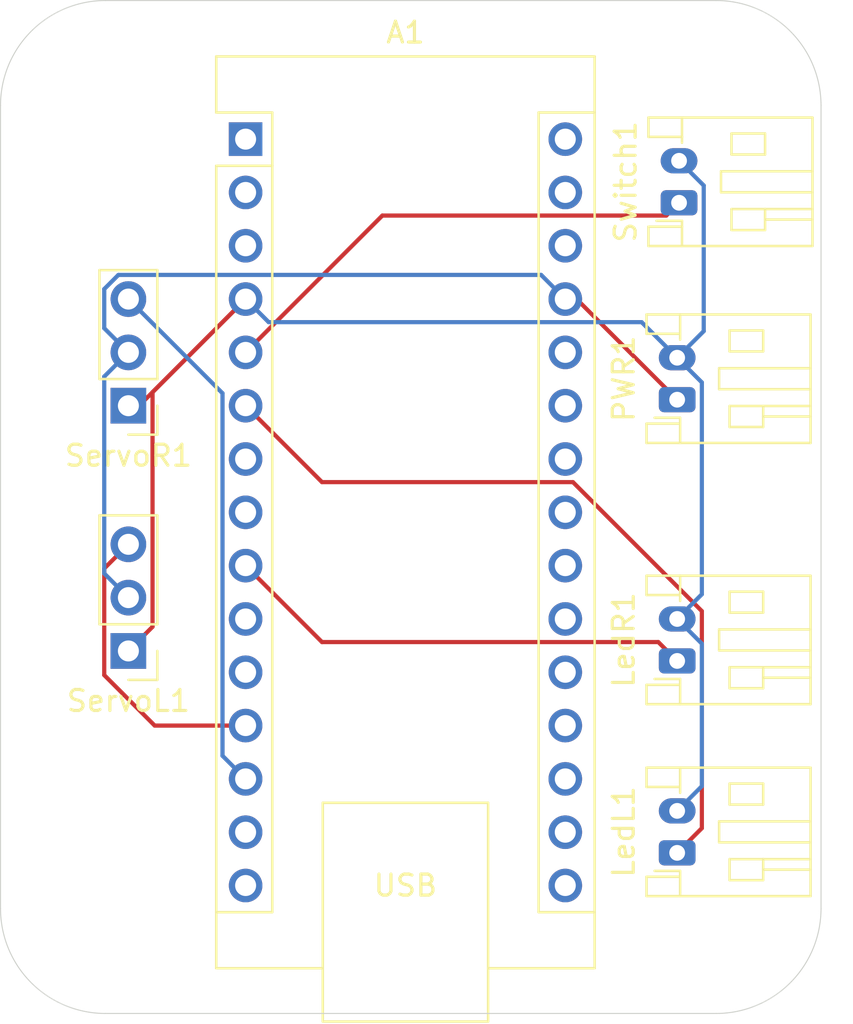
<source format=kicad_pcb>
(kicad_pcb (version 20241229) (generator "pcbnew") (generator_version "9.0")
  (layers (0 "F.Cu" signal) (2 "B.Cu" signal) (13 "F.Paste" user) (15 "B.Paste" user) (5 "F.SilkS" user "F.Silkscreen") (7 "B.SilkS" user "B.Silkscreen") (1 "F.Mask" user) (3 "B.Mask" user) (25 "Edge.Cuts" user))
  (net 0 "")
  (net 1 "Led2")
  (net 9 "5V")
  (net 14 "Led1")
  (net 15 "Servo2")
  (net 18 "Servo1")
  (net 20 "Sw")
  (net 30 "GND")
  (footprint "Connector_PinHeader_2.54mm:PinHeader_1x03_P2.54mm_Vertical" (layer "F.Cu") (at 140.716 119.888 180)
    (property "Reference" "ServoL1" (at 0 -2.38 0) (layer "F.SilkS"))
    (property "Value" "Conn_01x03")
    (fp_line (start 1.38 1.27) (end 1.38 6.46) (stroke (width 0.12)) (layer "F.SilkS"))
    (fp_line (start -1.38 6.46) (end 1.38 6.46) (stroke (width 0.12)) (layer "F.SilkS"))
    (fp_line (start -1.38 1.27) (end 1.38 1.27) (stroke (width 0.12)) (layer "F.SilkS"))
    (fp_line (start -1.38 1.27) (end -1.38 6.46) (stroke (width 0.12)) (layer "F.SilkS"))
    (fp_line (start -1.38 0) (end -1.38 -1.38) (stroke (width 0.12)) (layer "F.SilkS"))
    (fp_line (start -1.38 -1.38) (end 0 -1.38) (stroke (width 0.12)) (layer "F.SilkS"))
    (pad "1" thru_hole rect (at 0 0 180) (size 1.7 1.7) (drill 1) (layers "*.Cu" "*.Mask") (net 30 "GND"))
    (pad "2" thru_hole circle (at 0 2.54 180) (size 1.7 1.7) (drill 1) (layers "*.Cu" "*.Mask") (net 9 "5V"))
    (pad "3" thru_hole circle (at 0 5.08 180) (size 1.7 1.7) (drill 1) (layers "*.Cu" "*.Mask") (net 18 "Servo1"))
  )
  (footprint "Connector_JST:JST_PH_S2B-PH-K_1x02_P2.00mm_Horizontal" (layer "F.Cu") (at 166.878 129.508 90)
    (property "Reference" "LedL1" (at 1 -2.55 90) (layer "F.SilkS"))
    (property "Value" "Conn_01x02")
    (fp_line (start 4.06 -1.46) (end 3.14 -1.46) (stroke (width 0.12)) (layer "F.SilkS"))
    (fp_line (start 3.14 -1.46) (end 3.14 0.14) (stroke (width 0.12)) (layer "F.SilkS"))
    (fp_line (start -1.14 -1.46) (end -2.06 -1.46) (stroke (width 0.12)) (layer "F.SilkS"))
    (fp_line (start -2.06 -1.46) (end -2.06 6.36) (stroke (width 0.12)) (layer "F.SilkS"))
    (fp_line (start 4.06 0.14) (end 3.14 0.14) (stroke (width 0.12)) (layer "F.SilkS"))
    (fp_line (start 3.14 0.14) (end 2.86 0.14) (stroke (width 0.12)) (layer "F.SilkS"))
    (fp_line (start -0.86 0.14) (end -0.86 -1.075) (stroke (width 0.12)) (layer "F.SilkS"))
    (fp_line (start -0.86 0.14) (end -1.14 0.14) (stroke (width 0.12)) (layer "F.SilkS"))
    (fp_line (start -1.14 0.14) (end -1.14 -1.46) (stroke (width 0.12)) (layer "F.SilkS"))
    (fp_line (start -2.06 0.14) (end -1.14 0.14) (stroke (width 0.12)) (layer "F.SilkS"))
    (fp_line (start 1.5 2) (end 1.5 6.36) (stroke (width 0.12)) (layer "F.SilkS"))
    (fp_line (start 0.5 2) (end 1.5 2) (stroke (width 0.12)) (layer "F.SilkS"))
    (fp_line (start 3.3 2.5) (end 3.3 4.1) (stroke (width 0.12)) (layer "F.SilkS"))
    (fp_line (start 2.3 2.5) (end 3.3 2.5) (stroke (width 0.12)) (layer "F.SilkS"))
    (fp_line (start -0.3 2.5) (end -1.3 2.5) (stroke (width 0.12)) (layer "F.SilkS"))
    (fp_line (start -1.3 2.5) (end -1.3 4.1) (stroke (width 0.12)) (layer "F.SilkS"))
    (fp_line (start 3.3 4.1) (end 2.3 4.1) (stroke (width 0.12)) (layer "F.SilkS"))
    (fp_line (start 2.3 4.1) (end 2.3 2.5) (stroke (width 0.12)) (layer "F.SilkS"))
    (fp_line (start -0.3 4.1) (end -0.3 2.5) (stroke (width 0.12)) (layer "F.SilkS"))
    (fp_line (start -0.3 4.1) (end -0.3 6.36) (stroke (width 0.12)) (layer "F.SilkS"))
    (fp_line (start -0.8 4.1) (end -0.8 6.36) (stroke (width 0.12)) (layer "F.SilkS"))
    (fp_line (start -1.3 4.1) (end -0.3 4.1) (stroke (width 0.12)) (layer "F.SilkS"))
    (fp_line (start 4.06 6.36) (end 4.06 -1.46) (stroke (width 0.12)) (layer "F.SilkS"))
    (fp_line (start 0.5 6.36) (end 0.5 2) (stroke (width 0.12)) (layer "F.SilkS"))
    (fp_line (start -2.06 6.36) (end 4.06 6.36) (stroke (width 0.12)) (layer "F.SilkS"))
    (pad "1" thru_hole roundrect (at 0 0 90) (size 1.2 1.75) (drill 0.75) (layers "*.Cu" "*.Mask") (roundrect_rratio 0.208333) (net 14 "Led1"))
    (pad "2" thru_hole oval (at 2 0 90) (size 1.2 1.75) (drill 0.75) (layers "*.Cu" "*.Mask") (net 30 "GND"))
  )
  (footprint "Connector_JST:JST_PH_S2B-PH-K_1x02_P2.00mm_Horizontal" (layer "F.Cu") (at 166.878 107.918 90)
    (property "Reference" "PWR1" (at 1 -2.55 90) (layer "F.SilkS"))
    (property "Value" "Conn_01x02")
    (fp_line (start 4.06 -1.46) (end 3.14 -1.46) (stroke (width 0.12)) (layer "F.SilkS"))
    (fp_line (start 3.14 -1.46) (end 3.14 0.14) (stroke (width 0.12)) (layer "F.SilkS"))
    (fp_line (start -1.14 -1.46) (end -2.06 -1.46) (stroke (width 0.12)) (layer "F.SilkS"))
    (fp_line (start -2.06 -1.46) (end -2.06 6.36) (stroke (width 0.12)) (layer "F.SilkS"))
    (fp_line (start 4.06 0.14) (end 3.14 0.14) (stroke (width 0.12)) (layer "F.SilkS"))
    (fp_line (start 3.14 0.14) (end 2.86 0.14) (stroke (width 0.12)) (layer "F.SilkS"))
    (fp_line (start -0.86 0.14) (end -0.86 -1.075) (stroke (width 0.12)) (layer "F.SilkS"))
    (fp_line (start -0.86 0.14) (end -1.14 0.14) (stroke (width 0.12)) (layer "F.SilkS"))
    (fp_line (start -1.14 0.14) (end -1.14 -1.46) (stroke (width 0.12)) (layer "F.SilkS"))
    (fp_line (start -2.06 0.14) (end -1.14 0.14) (stroke (width 0.12)) (layer "F.SilkS"))
    (fp_line (start 1.5 2) (end 1.5 6.36) (stroke (width 0.12)) (layer "F.SilkS"))
    (fp_line (start 0.5 2) (end 1.5 2) (stroke (width 0.12)) (layer "F.SilkS"))
    (fp_line (start 3.3 2.5) (end 3.3 4.1) (stroke (width 0.12)) (layer "F.SilkS"))
    (fp_line (start 2.3 2.5) (end 3.3 2.5) (stroke (width 0.12)) (layer "F.SilkS"))
    (fp_line (start -0.3 2.5) (end -1.3 2.5) (stroke (width 0.12)) (layer "F.SilkS"))
    (fp_line (start -1.3 2.5) (end -1.3 4.1) (stroke (width 0.12)) (layer "F.SilkS"))
    (fp_line (start 3.3 4.1) (end 2.3 4.1) (stroke (width 0.12)) (layer "F.SilkS"))
    (fp_line (start 2.3 4.1) (end 2.3 2.5) (stroke (width 0.12)) (layer "F.SilkS"))
    (fp_line (start -0.3 4.1) (end -0.3 2.5) (stroke (width 0.12)) (layer "F.SilkS"))
    (fp_line (start -0.3 4.1) (end -0.3 6.36) (stroke (width 0.12)) (layer "F.SilkS"))
    (fp_line (start -0.8 4.1) (end -0.8 6.36) (stroke (width 0.12)) (layer "F.SilkS"))
    (fp_line (start -1.3 4.1) (end -0.3 4.1) (stroke (width 0.12)) (layer "F.SilkS"))
    (fp_line (start 4.06 6.36) (end 4.06 -1.46) (stroke (width 0.12)) (layer "F.SilkS"))
    (fp_line (start 0.5 6.36) (end 0.5 2) (stroke (width 0.12)) (layer "F.SilkS"))
    (fp_line (start -2.06 6.36) (end 4.06 6.36) (stroke (width 0.12)) (layer "F.SilkS"))
    (pad "1" thru_hole roundrect (at 0 0 90) (size 1.2 1.75) (drill 0.75) (layers "*.Cu" "*.Mask") (roundrect_rratio 0.208333) (net 9 "5V"))
    (pad "2" thru_hole oval (at 2 0 90) (size 1.2 1.75) (drill 0.75) (layers "*.Cu" "*.Mask") (net 30 "GND"))
  )
  (footprint "Connector_JST:JST_PH_S2B-PH-K_1x02_P2.00mm_Horizontal" (layer "F.Cu") (at 166.968 98.536 90)
    (property "Reference" "Switch1" (at 1 -2.55 90) (layer "F.SilkS"))
    (property "Value" "Conn_01x02")
    (fp_line (start 4.06 -1.46) (end 3.14 -1.46) (stroke (width 0.12)) (layer "F.SilkS"))
    (fp_line (start 3.14 -1.46) (end 3.14 0.14) (stroke (width 0.12)) (layer "F.SilkS"))
    (fp_line (start -1.14 -1.46) (end -2.06 -1.46) (stroke (width 0.12)) (layer "F.SilkS"))
    (fp_line (start -2.06 -1.46) (end -2.06 6.36) (stroke (width 0.12)) (layer "F.SilkS"))
    (fp_line (start 4.06 0.14) (end 3.14 0.14) (stroke (width 0.12)) (layer "F.SilkS"))
    (fp_line (start 3.14 0.14) (end 2.86 0.14) (stroke (width 0.12)) (layer "F.SilkS"))
    (fp_line (start -0.86 0.14) (end -0.86 -1.075) (stroke (width 0.12)) (layer "F.SilkS"))
    (fp_line (start -0.86 0.14) (end -1.14 0.14) (stroke (width 0.12)) (layer "F.SilkS"))
    (fp_line (start -1.14 0.14) (end -1.14 -1.46) (stroke (width 0.12)) (layer "F.SilkS"))
    (fp_line (start -2.06 0.14) (end -1.14 0.14) (stroke (width 0.12)) (layer "F.SilkS"))
    (fp_line (start 1.5 2) (end 1.5 6.36) (stroke (width 0.12)) (layer "F.SilkS"))
    (fp_line (start 0.5 2) (end 1.5 2) (stroke (width 0.12)) (layer "F.SilkS"))
    (fp_line (start 3.3 2.5) (end 3.3 4.1) (stroke (width 0.12)) (layer "F.SilkS"))
    (fp_line (start 2.3 2.5) (end 3.3 2.5) (stroke (width 0.12)) (layer "F.SilkS"))
    (fp_line (start -0.3 2.5) (end -1.3 2.5) (stroke (width 0.12)) (layer "F.SilkS"))
    (fp_line (start -1.3 2.5) (end -1.3 4.1) (stroke (width 0.12)) (layer "F.SilkS"))
    (fp_line (start 3.3 4.1) (end 2.3 4.1) (stroke (width 0.12)) (layer "F.SilkS"))
    (fp_line (start 2.3 4.1) (end 2.3 2.5) (stroke (width 0.12)) (layer "F.SilkS"))
    (fp_line (start -0.3 4.1) (end -0.3 2.5) (stroke (width 0.12)) (layer "F.SilkS"))
    (fp_line (start -0.3 4.1) (end -0.3 6.36) (stroke (width 0.12)) (layer "F.SilkS"))
    (fp_line (start -0.8 4.1) (end -0.8 6.36) (stroke (width 0.12)) (layer "F.SilkS"))
    (fp_line (start -1.3 4.1) (end -0.3 4.1) (stroke (width 0.12)) (layer "F.SilkS"))
    (fp_line (start 4.06 6.36) (end 4.06 -1.46) (stroke (width 0.12)) (layer "F.SilkS"))
    (fp_line (start 0.5 6.36) (end 0.5 2) (stroke (width 0.12)) (layer "F.SilkS"))
    (fp_line (start -2.06 6.36) (end 4.06 6.36) (stroke (width 0.12)) (layer "F.SilkS"))
    (pad "1" thru_hole roundrect (at 0 0 90) (size 1.2 1.75) (drill 0.75) (layers "*.Cu" "*.Mask") (roundrect_rratio 0.208333) (net 20 "Sw"))
    (pad "2" thru_hole oval (at 2 0 90) (size 1.2 1.75) (drill 0.75) (layers "*.Cu" "*.Mask") (net 30 "GND"))
  )
  (footprint "Connector_JST:JST_PH_S2B-PH-K_1x02_P2.00mm_Horizontal" (layer "F.Cu") (at 166.878 120.364 90)
    (property "Reference" "LedR1" (at 1 -2.55 90) (layer "F.SilkS"))
    (property "Value" "Conn_01x02")
    (fp_line (start 4.06 -1.46) (end 3.14 -1.46) (stroke (width 0.12)) (layer "F.SilkS"))
    (fp_line (start 3.14 -1.46) (end 3.14 0.14) (stroke (width 0.12)) (layer "F.SilkS"))
    (fp_line (start -1.14 -1.46) (end -2.06 -1.46) (stroke (width 0.12)) (layer "F.SilkS"))
    (fp_line (start -2.06 -1.46) (end -2.06 6.36) (stroke (width 0.12)) (layer "F.SilkS"))
    (fp_line (start 4.06 0.14) (end 3.14 0.14) (stroke (width 0.12)) (layer "F.SilkS"))
    (fp_line (start 3.14 0.14) (end 2.86 0.14) (stroke (width 0.12)) (layer "F.SilkS"))
    (fp_line (start -0.86 0.14) (end -0.86 -1.075) (stroke (width 0.12)) (layer "F.SilkS"))
    (fp_line (start -0.86 0.14) (end -1.14 0.14) (stroke (width 0.12)) (layer "F.SilkS"))
    (fp_line (start -1.14 0.14) (end -1.14 -1.46) (stroke (width 0.12)) (layer "F.SilkS"))
    (fp_line (start -2.06 0.14) (end -1.14 0.14) (stroke (width 0.12)) (layer "F.SilkS"))
    (fp_line (start 1.5 2) (end 1.5 6.36) (stroke (width 0.12)) (layer "F.SilkS"))
    (fp_line (start 0.5 2) (end 1.5 2) (stroke (width 0.12)) (layer "F.SilkS"))
    (fp_line (start 3.3 2.5) (end 3.3 4.1) (stroke (width 0.12)) (layer "F.SilkS"))
    (fp_line (start 2.3 2.5) (end 3.3 2.5) (stroke (width 0.12)) (layer "F.SilkS"))
    (fp_line (start -0.3 2.5) (end -1.3 2.5) (stroke (width 0.12)) (layer "F.SilkS"))
    (fp_line (start -1.3 2.5) (end -1.3 4.1) (stroke (width 0.12)) (layer "F.SilkS"))
    (fp_line (start 3.3 4.1) (end 2.3 4.1) (stroke (width 0.12)) (layer "F.SilkS"))
    (fp_line (start 2.3 4.1) (end 2.3 2.5) (stroke (width 0.12)) (layer "F.SilkS"))
    (fp_line (start -0.3 4.1) (end -0.3 2.5) (stroke (width 0.12)) (layer "F.SilkS"))
    (fp_line (start -0.3 4.1) (end -0.3 6.36) (stroke (width 0.12)) (layer "F.SilkS"))
    (fp_line (start -0.8 4.1) (end -0.8 6.36) (stroke (width 0.12)) (layer "F.SilkS"))
    (fp_line (start -1.3 4.1) (end -0.3 4.1) (stroke (width 0.12)) (layer "F.SilkS"))
    (fp_line (start 4.06 6.36) (end 4.06 -1.46) (stroke (width 0.12)) (layer "F.SilkS"))
    (fp_line (start 0.5 6.36) (end 0.5 2) (stroke (width 0.12)) (layer "F.SilkS"))
    (fp_line (start -2.06 6.36) (end 4.06 6.36) (stroke (width 0.12)) (layer "F.SilkS"))
    (pad "1" thru_hole roundrect (at 0 0 90) (size 1.2 1.75) (drill 0.75) (layers "*.Cu" "*.Mask") (roundrect_rratio 0.208333) (net 1 "Led2"))
    (pad "2" thru_hole oval (at 2 0 90) (size 1.2 1.75) (drill 0.75) (layers "*.Cu" "*.Mask") (net 30 "GND"))
  )
  (footprint "Module:Arduino_Nano" (layer "F.Cu") (at 146.304 95.504)
    (property "Reference" "A1" (at 7.62 -5.08 0) (layer "F.SilkS"))
    (property "Value" "Arduino_Nano")
    (fp_line (start -1.4 -3.94) (end -1.4 -1.27) (stroke (width 0.12)) (layer "F.SilkS"))
    (fp_line (start -1.4 1.27) (end -1.4 39.5) (stroke (width 0.12)) (layer "F.SilkS"))
    (fp_line (start -1.4 39.5) (end 3.68 39.5) (stroke (width 0.12)) (layer "F.SilkS"))
    (fp_line (start 1.27 -1.27) (end -1.4 -1.27) (stroke (width 0.12)) (layer "F.SilkS"))
    (fp_line (start 1.27 1.27) (end -1.4 1.27) (stroke (width 0.12)) (layer "F.SilkS"))
    (fp_line (start 1.27 1.27) (end 1.27 -1.27) (stroke (width 0.12)) (layer "F.SilkS"))
    (fp_line (start 1.27 1.27) (end 1.27 36.83) (stroke (width 0.12)) (layer "F.SilkS"))
    (fp_line (start 1.27 36.83) (end -1.4 36.83) (stroke (width 0.12)) (layer "F.SilkS"))
    (fp_line (start 3.68 31.62) (end 11.56 31.62) (stroke (width 0.12)) (layer "F.SilkS"))
    (fp_line (start 3.68 42.04) (end 3.68 31.62) (stroke (width 0.12)) (layer "F.SilkS"))
    (fp_line (start 11.56 31.62) (end 11.56 42.04) (stroke (width 0.12)) (layer "F.SilkS"))
    (fp_line (start 11.56 42.04) (end 3.68 42.04) (stroke (width 0.12)) (layer "F.SilkS"))
    (fp_line (start 13.97 -1.27) (end 13.97 36.83) (stroke (width 0.12)) (layer "F.SilkS"))
    (fp_line (start 13.97 -1.27) (end 16.64 -1.27) (stroke (width 0.12)) (layer "F.SilkS"))
    (fp_line (start 13.97 36.83) (end 16.64 36.83) (stroke (width 0.12)) (layer "F.SilkS"))
    (fp_line (start 16.64 -3.94) (end -1.4 -3.94) (stroke (width 0.12)) (layer "F.SilkS"))
    (fp_line (start 16.64 39.5) (end 11.56 39.5) (stroke (width 0.12)) (layer "F.SilkS"))
    (fp_line (start 16.64 39.5) (end 16.64 -3.94) (stroke (width 0.12)) (layer "F.SilkS"))
    (fp_text user "USB" (at 7.62 35.56 0) (layer "F.SilkS"))
    (pad "1" thru_hole rect (at 0 0) (size 1.6 1.6) (drill 1) (layers "*.Cu" "*.Mask"))
    (pad "2" thru_hole oval (at 0 2.54) (size 1.6 1.6) (drill 1) (layers "*.Cu" "*.Mask"))
    (pad "3" thru_hole oval (at 0 5.08) (size 1.6 1.6) (drill 1) (layers "*.Cu" "*.Mask"))
    (pad "4" thru_hole oval (at 0 7.62) (size 1.6 1.6) (drill 1) (layers "*.Cu" "*.Mask") (net 30 "GND"))
    (pad "5" thru_hole oval (at 0 10.16) (size 1.6 1.6) (drill 1) (layers "*.Cu" "*.Mask") (net 20 "Sw"))
    (pad "6" thru_hole oval (at 0 12.7) (size 1.6 1.6) (drill 1) (layers "*.Cu" "*.Mask") (net 14 "Led1"))
    (pad "7" thru_hole oval (at 0 15.24) (size 1.6 1.6) (drill 1) (layers "*.Cu" "*.Mask"))
    (pad "8" thru_hole oval (at 0 17.78) (size 1.6 1.6) (drill 1) (layers "*.Cu" "*.Mask"))
    (pad "9" thru_hole oval (at 0 20.32) (size 1.6 1.6) (drill 1) (layers "*.Cu" "*.Mask") (net 1 "Led2"))
    (pad "10" thru_hole oval (at 0 22.86) (size 1.6 1.6) (drill 1) (layers "*.Cu" "*.Mask"))
    (pad "11" thru_hole oval (at 0 25.4) (size 1.6 1.6) (drill 1) (layers "*.Cu" "*.Mask"))
    (pad "12" thru_hole oval (at 0 27.94) (size 1.6 1.6) (drill 1) (layers "*.Cu" "*.Mask") (net 18 "Servo1"))
    (pad "13" thru_hole oval (at 0 30.48) (size 1.6 1.6) (drill 1) (layers "*.Cu" "*.Mask") (net 15 "Servo2"))
    (pad "14" thru_hole oval (at 0 33.02) (size 1.6 1.6) (drill 1) (layers "*.Cu" "*.Mask"))
    (pad "15" thru_hole oval (at 0 35.56) (size 1.6 1.6) (drill 1) (layers "*.Cu" "*.Mask"))
    (pad "16" thru_hole oval (at 15.24 35.56) (size 1.6 1.6) (drill 1) (layers "*.Cu" "*.Mask"))
    (pad "17" thru_hole oval (at 15.24 33.02) (size 1.6 1.6) (drill 1) (layers "*.Cu" "*.Mask"))
    (pad "18" thru_hole oval (at 15.24 30.48) (size 1.6 1.6) (drill 1) (layers "*.Cu" "*.Mask"))
    (pad "19" thru_hole oval (at 15.24 27.94) (size 1.6 1.6) (drill 1) (layers "*.Cu" "*.Mask"))
    (pad "20" thru_hole oval (at 15.24 25.4) (size 1.6 1.6) (drill 1) (layers "*.Cu" "*.Mask"))
    (pad "21" thru_hole oval (at 15.24 22.86) (size 1.6 1.6) (drill 1) (layers "*.Cu" "*.Mask"))
    (pad "22" thru_hole oval (at 15.24 20.32) (size 1.6 1.6) (drill 1) (layers "*.Cu" "*.Mask"))
    (pad "23" thru_hole oval (at 15.24 17.78) (size 1.6 1.6) (drill 1) (layers "*.Cu" "*.Mask"))
    (pad "24" thru_hole oval (at 15.24 15.24) (size 1.6 1.6) (drill 1) (layers "*.Cu" "*.Mask"))
    (pad "25" thru_hole oval (at 15.24 12.7) (size 1.6 1.6) (drill 1) (layers "*.Cu" "*.Mask"))
    (pad "26" thru_hole oval (at 15.24 10.16) (size 1.6 1.6) (drill 1) (layers "*.Cu" "*.Mask"))
    (pad "27" thru_hole oval (at 15.24 7.62) (size 1.6 1.6) (drill 1) (layers "*.Cu" "*.Mask") (net 9 "5V"))
    (pad "28" thru_hole oval (at 15.24 5.08) (size 1.6 1.6) (drill 1) (layers "*.Cu" "*.Mask"))
    (pad "29" thru_hole oval (at 15.24 2.54) (size 1.6 1.6) (drill 1) (layers "*.Cu" "*.Mask"))
    (pad "30" thru_hole oval (at 15.24 0) (size 1.6 1.6) (drill 1) (layers "*.Cu" "*.Mask"))
  )
  (footprint "Connector_PinHeader_2.54mm:PinHeader_1x03_P2.54mm_Vertical" (layer "F.Cu") (at 140.716 108.204 180)
    (property "Reference" "ServoR1" (at 0 -2.38 0) (layer "F.SilkS"))
    (property "Value" "Conn_01x03")
    (fp_line (start 1.38 1.27) (end 1.38 6.46) (stroke (width 0.12)) (layer "F.SilkS"))
    (fp_line (start -1.38 6.46) (end 1.38 6.46) (stroke (width 0.12)) (layer "F.SilkS"))
    (fp_line (start -1.38 1.27) (end 1.38 1.27) (stroke (width 0.12)) (layer "F.SilkS"))
    (fp_line (start -1.38 1.27) (end -1.38 6.46) (stroke (width 0.12)) (layer "F.SilkS"))
    (fp_line (start -1.38 0) (end -1.38 -1.38) (stroke (width 0.12)) (layer "F.SilkS"))
    (fp_line (start -1.38 -1.38) (end 0 -1.38) (stroke (width 0.12)) (layer "F.SilkS"))
    (pad "1" thru_hole rect (at 0 0 180) (size 1.7 1.7) (drill 1) (layers "*.Cu" "*.Mask") (net 30 "GND"))
    (pad "2" thru_hole circle (at 0 2.54 180) (size 1.7 1.7) (drill 1) (layers "*.Cu" "*.Mask") (net 9 "5V"))
    (pad "3" thru_hole circle (at 0 5.08 180) (size 1.7 1.7) (drill 1) (layers "*.Cu" "*.Mask") (net 15 "Servo2"))
  )
  (gr_arc (start 173.736 132.16) (mid 172.271534 135.695534) (end 168.736 137.16) (stroke (width 0.05)) (layer "Edge.Cuts"))
  (gr_line (start 134.62 132.16) (end 134.62 93.9) (stroke (width 0.05)) (layer "Edge.Cuts"))
  (gr_arc (start 139.62 137.16) (mid 136.084466 135.695534) (end 134.62 132.16) (stroke (width 0.05)) (layer "Edge.Cuts"))
  (gr_line (start 173.736 93.9) (end 173.736 132.16) (stroke (width 0.05)) (layer "Edge.Cuts"))
  (gr_arc (start 134.62 93.9) (mid 136.084466 90.364466) (end 139.62 88.9) (stroke (width 0.05)) (layer "Edge.Cuts"))
  (gr_arc (start 168.736 88.9) (mid 172.271534 90.364466) (end 173.736 93.9) (stroke (width 0.05)) (layer "Edge.Cuts"))
  (gr_line (start 168.736 137.16) (end 139.62 137.16) (stroke (width 0.05)) (layer "Edge.Cuts"))
  (gr_line (start 139.62 88.9) (end 168.736 88.9) (stroke (width 0.05)) (layer "Edge.Cuts"))
  (segment (start 146.304 115.824) (end 149.945 119.465) (width 0.2) (layer "F.Cu") (net 1))
  (segment (start 149.945 119.465) (end 165.979 119.465) (width 0.2) (layer "F.Cu") (net 1))
  (segment (start 165.979 119.465) (end 166.878 120.364) (width 0.2) (layer "F.Cu") (net 1))
  (segment (start 166.878 107.918) (end 162.084 103.124) (width 0.2) (layer "F.Cu") (net 9))
  (segment (start 162.084 103.124) (end 161.544 103.124) (width 0.2) (layer "F.Cu") (net 9))
  (segment (start 140.716 105.664) (end 139.565 104.513) (width 0.2) (layer "B.Cu") (net 9))
  (segment (start 139.565 102.64724) (end 140.23924 101.973) (width 0.2) (layer "B.Cu") (net 9))
  (segment (start 160.393 101.973) (end 161.544 103.124) (width 0.2) (layer "B.Cu") (net 9))
  (segment (start 139.565 106.815) (end 140.716 105.664) (width 0.2) (layer "B.Cu") (net 9))
  (segment (start 139.565 104.513) (end 139.565 102.64724) (width 0.2) (layer "B.Cu") (net 9))
  (segment (start 140.716 117.348) (end 139.565 116.197) (width 0.2) (layer "B.Cu") (net 9))
  (segment (start 140.23924 101.973) (end 160.393 101.973) (width 0.2) (layer "B.Cu") (net 9))
  (segment (start 139.565 116.197) (end 139.565 106.815) (width 0.2) (layer "B.Cu") (net 9))
  (segment (start 168.054 128.332) (end 168.054 117.990794) (width 0.2) (layer "F.Cu") (net 14))
  (segment (start 161.908206 111.845) (end 149.945 111.845) (width 0.2) (layer "F.Cu") (net 14))
  (segment (start 166.878 129.508) (end 168.054 128.332) (width 0.2) (layer "F.Cu") (net 14))
  (segment (start 168.054 117.990794) (end 161.908206 111.845) (width 0.2) (layer "F.Cu") (net 14))
  (segment (start 149.945 111.845) (end 146.304 108.204) (width 0.2) (layer "F.Cu") (net 14))
  (segment (start 140.716 103.124) (end 145.203 107.611) (width 0.2) (layer "B.Cu") (net 15))
  (segment (start 145.203 107.611) (end 145.203 124.883) (width 0.2) (layer "B.Cu") (net 15))
  (segment (start 145.203 124.883) (end 146.304 125.984) (width 0.2) (layer "B.Cu") (net 15))
  (segment (start 139.565 115.959) (end 139.565 121.039) (width 0.2) (layer "F.Cu") (net 18))
  (segment (start 141.97 123.444) (end 146.304 123.444) (width 0.2) (layer "F.Cu") (net 18))
  (segment (start 140.716 114.808) (end 139.565 115.959) (width 0.2) (layer "F.Cu") (net 18))
  (segment (start 139.565 121.039) (end 141.97 123.444) (width 0.2) (layer "F.Cu") (net 18))
  (segment (start 152.823 99.145) (end 146.304 105.664) (width 0.2) (layer "F.Cu") (net 20))
  (segment (start 166.359 99.145) (end 152.823 99.145) (width 0.2) (layer "F.Cu") (net 20))
  (segment (start 166.968 98.536) (end 166.359 99.145) (width 0.2) (layer "F.Cu") (net 20))
  (segment (start 141.224 108.204) (end 146.304 103.124) (width 0.2) (layer "F.Cu") (net 30))
  (segment (start 140.716 108.204) (end 141.224 108.204) (width 0.2) (layer "F.Cu") (net 30))
  (segment (start 141.867 118.737) (end 141.867 107.561) (width 0.2) (layer "F.Cu") (net 30))
  (segment (start 140.716 119.888) (end 141.867 118.737) (width 0.2) (layer "F.Cu") (net 30))
  (segment (start 141.867 107.561) (end 146.304 103.124) (width 0.2) (layer "F.Cu") (net 30))
  (segment (start 168.144 97.712) (end 168.144 104.652) (width 0.2) (layer "B.Cu") (net 30))
  (segment (start 147.405 104.225) (end 165.185 104.225) (width 0.2) (layer "B.Cu") (net 30))
  (segment (start 146.304 103.124) (end 147.405 104.225) (width 0.2) (layer "B.Cu") (net 30))
  (segment (start 168.054 107.094) (end 168.054 117.188) (width 0.2) (layer "B.Cu") (net 30))
  (segment (start 166.878 118.364) (end 168.054 119.54) (width 0.2) (layer "B.Cu") (net 30))
  (segment (start 168.054 117.188) (end 166.878 118.364) (width 0.2) (layer "B.Cu") (net 30))
  (segment (start 166.968 96.536) (end 168.144 97.712) (width 0.2) (layer "B.Cu") (net 30))
  (segment (start 166.878 105.918) (end 168.054 107.094) (width 0.2) (layer "B.Cu") (net 30))
  (segment (start 165.185 104.225) (end 166.878 105.918) (width 0.2) (layer "B.Cu") (net 30))
  (segment (start 168.054 119.54) (end 168.054 126.332) (width 0.2) (layer "B.Cu") (net 30))
  (segment (start 168.144 104.652) (end 166.878 105.918) (width 0.2) (layer "B.Cu") (net 30))
  (segment (start 168.054 126.332) (end 166.878 127.508) (width 0.2) (layer "B.Cu") (net 30))
)
</source>
